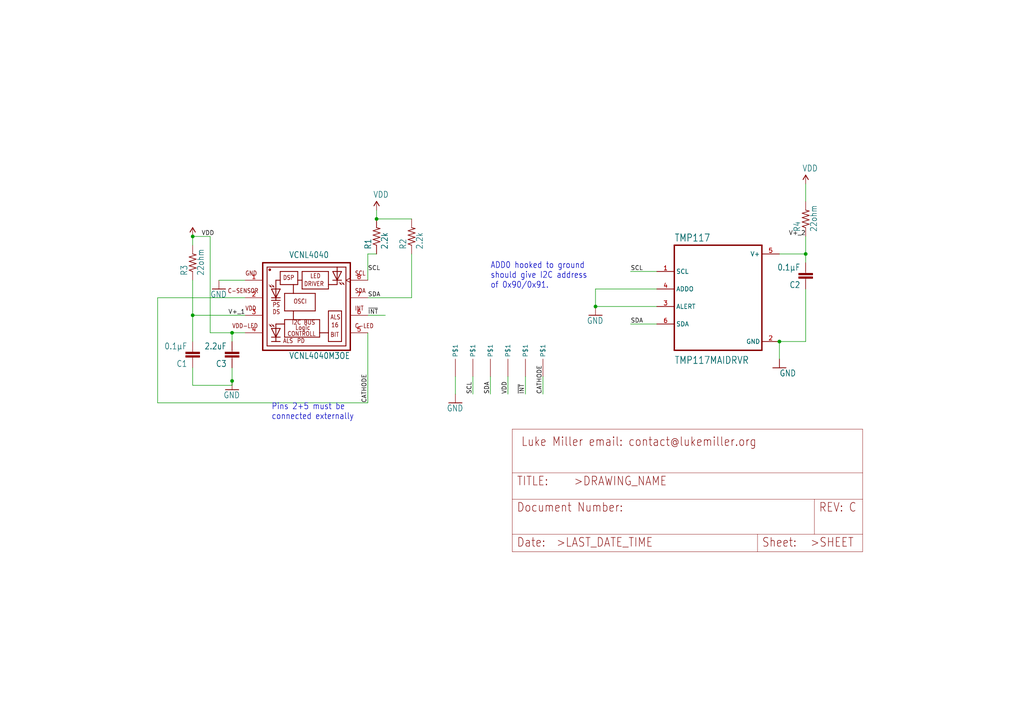
<source format=kicad_sch>
(kicad_sch (version 20211123) (generator eeschema)
  (paper "A4")
  (lib_symbols
    (symbol "Mussel_heartrate_RevC-eagle-import:CAP0402"
      (property "Reference" "C" (at 1.524 2.921 0))
      (property "Value" "CAP0402" (at 1.524 -2.159 0))
      (symbol "CAP0402_1_0"
        (rectangle (start -2.032 0.508) (end 2.032 1.016) (fill (type outline)))
        (rectangle (start -2.032 1.524) (end 2.032 2.032) (fill (type outline)))
        (polyline (pts (xy 0 0) (xy 0 0.508)) (stroke (width 0.1524)))
        (polyline (pts (xy 0 2.54) (xy 0 2.032)) (stroke (width 0.1524)))
        (pin passive line (at 0 5.08 270) (length 2.54) (name "1") (number "1"))
        (pin passive line (at 0 -2.54 90) (length 2.54) (name "2") (number "2"))
      )
    )
    (symbol "Mussel_heartrate_RevC-eagle-import:DOCFIELD_REVC"
      (symbol "DOCFIELD_REVC_1_0"
        (polyline (pts (xy 0 0) (xy 0 5.08)) (stroke (width 0.1016)))
        (polyline (pts (xy 0 0) (xy 71.12 0)) (stroke (width 0.1016)))
        (polyline (pts (xy 0 5.08) (xy 0 15.24)) (stroke (width 0.1016)))
        (polyline (pts (xy 0 5.08) (xy 71.12 5.08)) (stroke (width 0.1016)))
        (polyline (pts (xy 0 15.24) (xy 0 22.86)) (stroke (width 0.1016)))
        (polyline (pts (xy 0 22.86) (xy 0 35.56)) (stroke (width 0.1016)))
        (polyline (pts (xy 0 22.86) (xy 101.6 22.86)) (stroke (width 0.1016)))
        (polyline (pts (xy 71.12 0) (xy 101.6 0)) (stroke (width 0.1016)))
        (polyline (pts (xy 71.12 5.08) (xy 71.12 0)) (stroke (width 0.1016)))
        (polyline (pts (xy 71.12 5.08) (xy 87.63 5.08)) (stroke (width 0.1016)))
        (polyline (pts (xy 87.63 5.08) (xy 101.6 5.08)) (stroke (width 0.1016)))
        (polyline (pts (xy 87.63 15.24) (xy 0 15.24)) (stroke (width 0.1016)))
        (polyline (pts (xy 87.63 15.24) (xy 87.63 5.08)) (stroke (width 0.1016)))
        (polyline (pts (xy 101.6 5.08) (xy 101.6 0)) (stroke (width 0.1016)))
        (polyline (pts (xy 101.6 15.24) (xy 87.63 15.24)) (stroke (width 0.1016)))
        (polyline (pts (xy 101.6 15.24) (xy 101.6 5.08)) (stroke (width 0.1016)))
        (polyline (pts (xy 101.6 22.86) (xy 101.6 15.24)) (stroke (width 0.1016)))
        (polyline (pts (xy 101.6 35.56) (xy 0 35.56)) (stroke (width 0.1016)))
        (polyline (pts (xy 101.6 35.56) (xy 101.6 22.86)) (stroke (width 0.1016)))
        (text ">DRAWING_NAME" (at 17.78 19.05 0) (effects (font (size 2.54 2.159)) (justify left bottom)))
        (text ">LAST_DATE_TIME" (at 12.7 1.27 0) (effects (font (size 2.54 2.159)) (justify left bottom)))
        (text ">SHEET" (at 86.36 1.27 0) (effects (font (size 2.54 2.159)) (justify left bottom)))
        (text "Date:" (at 1.27 1.27 0) (effects (font (size 2.54 2.159)) (justify left bottom)))
        (text "Document Number:" (at 1.27 11.43 0) (effects (font (size 2.54 2.159)) (justify left bottom)))
        (text "Luke Miller email: contact@lukemiller.org" (at 2.54 30.48 0) (effects (font (size 2.54 2.159)) (justify left bottom)))
        (text "REV: C" (at 88.9 11.43 0) (effects (font (size 2.54 2.159)) (justify left bottom)))
        (text "Sheet:" (at 72.39 1.27 0) (effects (font (size 2.54 2.159)) (justify left bottom)))
        (text "TITLE:" (at 1.27 19.05 0) (effects (font (size 2.54 2.159)) (justify left bottom)))
      )
    )
    (symbol "Mussel_heartrate_RevC-eagle-import:GND" (power)
      (property "Value" "GND" (at -2.54 -2.54 0))
      (symbol "GND_1_0"
        (polyline (pts (xy -1.905 0) (xy 1.905 0)) (stroke (width 0.254)))
        (pin power_in line (at 0 2.54 270) (length 2.54) (name "GND") (number "1"))
      )
    )
    (symbol "Mussel_heartrate_RevC-eagle-import:PINHD-1X10.7MM_DRILL"
      (symbol "PINHD-1X10.7MM_DRILL_1_0"
        (pin bidirectional line (at -5.08 0 0) (length 5.08) (name "P$1") (number "P$1"))
      )
    )
    (symbol "Mussel_heartrate_RevC-eagle-import:PINHD-1X1SMALL"
      (symbol "PINHD-1X1SMALL_1_0"
        (pin bidirectional line (at -5.08 0 0) (length 5.08) (name "P$1") (number "1"))
      )
    )
    (symbol "Mussel_heartrate_RevC-eagle-import:RESISTOR_SMDR0402"
      (property "Reference" "R" (at -3.81 1.4986 0))
      (property "Value" "RESISTOR_SMDR0402" (at -3.81 -3.302 0))
      (symbol "RESISTOR_SMDR0402_1_0"
        (polyline (pts (xy -2.54 0) (xy -2.159 1.016)) (stroke (width 0.2032)))
        (polyline (pts (xy -2.159 1.016) (xy -1.524 -1.016)) (stroke (width 0.2032)))
        (polyline (pts (xy -1.524 -1.016) (xy -0.889 1.016)) (stroke (width 0.2032)))
        (polyline (pts (xy -0.889 1.016) (xy -0.254 -1.016)) (stroke (width 0.2032)))
        (polyline (pts (xy -0.254 -1.016) (xy 0.381 1.016)) (stroke (width 0.2032)))
        (polyline (pts (xy 0.381 1.016) (xy 1.016 -1.016)) (stroke (width 0.2032)))
        (polyline (pts (xy 1.016 -1.016) (xy 1.651 1.016)) (stroke (width 0.2032)))
        (polyline (pts (xy 1.651 1.016) (xy 2.286 -1.016)) (stroke (width 0.2032)))
        (polyline (pts (xy 2.286 -1.016) (xy 2.54 0)) (stroke (width 0.2032)))
        (pin passive line (at -5.08 0 0) (length 2.54) (name "1") (number "1"))
        (pin passive line (at 5.08 0 180) (length 2.54) (name "2") (number "2"))
      )
    )
    (symbol "Mussel_heartrate_RevC-eagle-import:TMP117MAIDRVR"
      (property "Reference" "U" (at -12.7 16.24 0))
      (property "Value" "TMP117MAIDRVR" (at -12.7 -19.24 0))
      (symbol "TMP117MAIDRVR_1_0"
        (polyline (pts (xy -12.7 -15.24) (xy -12.7 15.24)) (stroke (width 0.41)))
        (polyline (pts (xy -12.7 15.24) (xy 12.7 15.24)) (stroke (width 0.41)))
        (polyline (pts (xy 12.7 -15.24) (xy -12.7 -15.24)) (stroke (width 0.41)))
        (polyline (pts (xy 12.7 15.24) (xy 12.7 -15.24)) (stroke (width 0.41)))
        (pin input line (at -17.78 7.62 0) (length 5.08) (name "SCL") (number "1"))
        (pin power_in line (at 17.78 -12.7 180) (length 5.08) (name "GND") (number "2"))
        (pin bidirectional line (at -17.78 -2.54 0) (length 5.08) (name "ALERT") (number "3"))
        (pin bidirectional line (at -17.78 2.54 0) (length 5.08) (name "ADDO") (number "4"))
        (pin power_in line (at 17.78 12.7 180) (length 5.08) (name "V+") (number "5"))
        (pin bidirectional line (at -17.78 -7.62 0) (length 5.08) (name "SDA") (number "6"))
      )
    )
    (symbol "Mussel_heartrate_RevC-eagle-import:VCC" (power)
      (property "Value" "VCC" (at -1.016 3.556 0))
      (symbol "VCC_1_0"
        (polyline (pts (xy 0 2.54) (xy -0.762 1.27)) (stroke (width 0.254)))
        (polyline (pts (xy 0.762 1.27) (xy 0 2.54)) (stroke (width 0.254)))
        (pin power_in line (at 0 0 90) (length 2.54) (name "VCC") (number "1"))
      )
    )
    (symbol "Mussel_heartrate_RevC-eagle-import:VCNL4040M3OE"
      (property "Reference" "U" (at -5.0878 13.9915 0))
      (property "Value" "VCNL4040M3OE" (at -5.0849 -15.2548 0))
      (symbol "VCNL4040M3OE_1_0"
        (circle (center -10.668 10.668) (radius 0.1796) (stroke (width 0.254)))
        (circle (center -10.668 10.668) (radius 0.254) (stroke (width 0.254)))
        (circle (center -10.541 10.668) (radius 0.127) (stroke (width 0.254)))
        (polyline (pts (xy -12.7 -12.7) (xy -12.7 12.7)) (stroke (width 0.4064)))
        (polyline (pts (xy -12.7 12.7) (xy 12.7 12.7)) (stroke (width 0.4064)))
        (polyline (pts (xy -11.43 -11.43) (xy -11.43 11.43)) (stroke (width 0.254)))
        (polyline (pts (xy -11.43 11.43) (xy 8.89 11.43)) (stroke (width 0.254)))
        (polyline (pts (xy -10.922 -5.08) (xy -10.16 -5.842)) (stroke (width 0.127)))
        (polyline (pts (xy -10.922 6.35) (xy -10.16 5.588)) (stroke (width 0.127)))
        (polyline (pts (xy -10.668 -5.588) (xy -10.16 -5.842)) (stroke (width 0.127)))
        (polyline (pts (xy -10.668 5.842) (xy -10.16 5.588)) (stroke (width 0.127)))
        (polyline (pts (xy -10.414 -5.334) (xy -10.668 -5.588)) (stroke (width 0.127)))
        (polyline (pts (xy -10.414 6.096) (xy -10.668 5.842)) (stroke (width 0.127)))
        (polyline (pts (xy -10.16 -6.35) (xy -8.89 -8.89)) (stroke (width 0.254)))
        (polyline (pts (xy -10.16 -5.842) (xy -10.414 -5.334)) (stroke (width 0.127)))
        (polyline (pts (xy -10.16 -5.08) (xy -9.398 -5.842)) (stroke (width 0.127)))
        (polyline (pts (xy -10.16 2.54) (xy -7.62 2.54)) (stroke (width 0.254)))
        (polyline (pts (xy -10.16 5.08) (xy -7.62 5.08)) (stroke (width 0.254)))
        (polyline (pts (xy -10.16 5.588) (xy -10.414 6.096)) (stroke (width 0.127)))
        (polyline (pts (xy -10.16 6.35) (xy -9.398 5.588)) (stroke (width 0.127)))
        (polyline (pts (xy -9.906 -5.588) (xy -9.398 -5.842)) (stroke (width 0.127)))
        (polyline (pts (xy -9.906 5.842) (xy -9.398 5.588)) (stroke (width 0.127)))
        (polyline (pts (xy -9.652 -5.334) (xy -9.906 -5.588)) (stroke (width 0.127)))
        (polyline (pts (xy -9.652 6.096) (xy -9.906 5.842)) (stroke (width 0.127)))
        (polyline (pts (xy -9.398 -5.842) (xy -9.652 -5.334)) (stroke (width 0.127)))
        (polyline (pts (xy -9.398 5.588) (xy -9.652 6.096)) (stroke (width 0.127)))
        (polyline (pts (xy -8.89 -10.16) (xy -10.16 -10.16)) (stroke (width 0.254)))
        (polyline (pts (xy -8.89 -10.16) (xy -7.62 -10.16)) (stroke (width 0.254)))
        (polyline (pts (xy -8.89 -8.89) (xy -8.89 -10.16)) (stroke (width 0.254)))
        (polyline (pts (xy -8.89 -8.89) (xy -7.62 -6.35)) (stroke (width 0.254)))
        (polyline (pts (xy -8.89 -5.08) (xy -8.89 -8.89)) (stroke (width 0.254)))
        (polyline (pts (xy -8.89 1.778) (xy -10.16 1.778)) (stroke (width 0.254)))
        (polyline (pts (xy -8.89 1.778) (xy -7.62 1.778)) (stroke (width 0.254)))
        (polyline (pts (xy -8.89 2.54) (xy -10.16 5.08)) (stroke (width 0.254)))
        (polyline (pts (xy -8.89 2.54) (xy -8.89 1.778)) (stroke (width 0.254)))
        (polyline (pts (xy -8.89 7.62) (xy -8.89 2.54)) (stroke (width 0.254)))
        (polyline (pts (xy -7.62 -8.89) (xy -10.16 -8.89)) (stroke (width 0.254)))
        (polyline (pts (xy -7.62 -6.35) (xy -10.16 -6.35)) (stroke (width 0.254)))
        (polyline (pts (xy -7.62 5.08) (xy -8.89 2.54)) (stroke (width 0.254)))
        (polyline (pts (xy -7.62 6.35) (xy -3.81 6.35)) (stroke (width 0.254)))
        (polyline (pts (xy -7.62 7.62) (xy -8.89 7.62)) (stroke (width 0.254)))
        (polyline (pts (xy -7.62 7.62) (xy -7.62 6.35)) (stroke (width 0.254)))
        (polyline (pts (xy -7.62 10.16) (xy -7.62 7.62)) (stroke (width 0.254)))
        (polyline (pts (xy -6.35 -8.89) (xy 3.81 -8.89)) (stroke (width 0.254)))
        (polyline (pts (xy -6.35 -5.08) (xy -8.89 -5.08)) (stroke (width 0.254)))
        (polyline (pts (xy -6.35 -5.08) (xy -6.35 -8.89)) (stroke (width 0.254)))
        (polyline (pts (xy -6.35 -3.81) (xy -6.35 -5.08)) (stroke (width 0.254)))
        (polyline (pts (xy -6.35 -1.27) (xy -3.81 -1.27)) (stroke (width 0.254)))
        (polyline (pts (xy -6.35 3.81) (xy -6.35 -1.27)) (stroke (width 0.254)))
        (polyline (pts (xy -3.81 -3.81) (xy -6.35 -3.81)) (stroke (width 0.254)))
        (polyline (pts (xy -3.81 -1.27) (xy -3.81 -3.81)) (stroke (width 0.254)))
        (polyline (pts (xy -3.81 -1.27) (xy 2.54 -1.27)) (stroke (width 0.254)))
        (polyline (pts (xy -3.81 3.81) (xy -6.35 3.81)) (stroke (width 0.254)))
        (polyline (pts (xy -3.81 6.35) (xy -3.81 3.81)) (stroke (width 0.254)))
        (polyline (pts (xy -3.81 6.35) (xy -2.54 6.35)) (stroke (width 0.254)))
        (polyline (pts (xy -2.54 6.35) (xy -2.54 7.62)) (stroke (width 0.254)))
        (polyline (pts (xy -2.54 7.62) (xy -2.54 10.16)) (stroke (width 0.254)))
        (polyline (pts (xy -2.54 10.16) (xy -7.62 10.16)) (stroke (width 0.254)))
        (polyline (pts (xy -1.27 5.08) (xy 6.35 5.08)) (stroke (width 0.254)))
        (polyline (pts (xy -1.27 7.62) (xy -2.54 7.62)) (stroke (width 0.254)))
        (polyline (pts (xy -1.27 7.62) (xy -1.27 5.08)) (stroke (width 0.254)))
        (polyline (pts (xy -1.27 10.16) (xy -1.27 7.62)) (stroke (width 0.254)))
        (polyline (pts (xy 2.54 -1.27) (xy 2.54 3.81)) (stroke (width 0.254)))
        (polyline (pts (xy 2.54 3.81) (xy -3.81 3.81)) (stroke (width 0.254)))
        (polyline (pts (xy 3.81 -8.89) (xy 3.81 -7.62)) (stroke (width 0.254)))
        (polyline (pts (xy 3.81 -7.62) (xy 3.81 -3.81)) (stroke (width 0.254)))
        (polyline (pts (xy 3.81 -7.62) (xy 6.35 -7.62)) (stroke (width 0.254)))
        (polyline (pts (xy 3.81 -3.81) (xy -3.81 -3.81)) (stroke (width 0.254)))
        (polyline (pts (xy 6.35 -10.16) (xy 6.35 -7.62)) (stroke (width 0.254)))
        (polyline (pts (xy 6.35 -7.62) (xy 6.35 -1.27)) (stroke (width 0.254)))
        (polyline (pts (xy 6.35 -1.27) (xy 10.16 -1.27)) (stroke (width 0.254)))
        (polyline (pts (xy 6.35 5.08) (xy 6.35 6.35)) (stroke (width 0.254)))
        (polyline (pts (xy 6.35 6.35) (xy 6.35 10.16)) (stroke (width 0.254)))
        (polyline (pts (xy 6.35 6.35) (xy 8.89 6.35)) (stroke (width 0.254)))
        (polyline (pts (xy 6.35 10.16) (xy -1.27 10.16)) (stroke (width 0.254)))
        (polyline (pts (xy 7.62 7.62) (xy 10.16 7.62)) (stroke (width 0.254)))
        (polyline (pts (xy 7.62 10.16) (xy 8.89 7.62)) (stroke (width 0.254)))
        (polyline (pts (xy 8.89 6.35) (xy 8.89 7.62)) (stroke (width 0.254)))
        (polyline (pts (xy 8.89 7.62) (xy 8.89 11.43)) (stroke (width 0.254)))
        (polyline (pts (xy 8.89 7.62) (xy 10.16 10.16)) (stroke (width 0.254)))
        (polyline (pts (xy 8.89 11.43) (xy 11.43 11.43)) (stroke (width 0.254)))
        (polyline (pts (xy 9.398 7.112) (xy 10.16 6.35)) (stroke (width 0.127)))
        (polyline (pts (xy 9.652 6.604) (xy 10.16 6.35)) (stroke (width 0.127)))
        (polyline (pts (xy 9.906 6.858) (xy 9.652 6.604)) (stroke (width 0.127)))
        (polyline (pts (xy 10.16 -10.16) (xy 6.35 -10.16)) (stroke (width 0.254)))
        (polyline (pts (xy 10.16 -1.27) (xy 10.16 -10.16)) (stroke (width 0.254)))
        (polyline (pts (xy 10.16 6.35) (xy 9.906 6.858)) (stroke (width 0.127)))
        (polyline (pts (xy 10.16 7.112) (xy 10.922 6.35)) (stroke (width 0.127)))
        (polyline (pts (xy 10.16 10.16) (xy 7.62 10.16)) (stroke (width 0.254)))
        (polyline (pts (xy 10.414 6.604) (xy 10.922 6.35)) (stroke (width 0.127)))
        (polyline (pts (xy 10.668 6.858) (xy 10.414 6.604)) (stroke (width 0.127)))
        (polyline (pts (xy 10.922 6.35) (xy 10.668 6.858)) (stroke (width 0.127)))
        (polyline (pts (xy 11.43 -11.43) (xy -11.43 -11.43)) (stroke (width 0.254)))
        (polyline (pts (xy 11.43 11.43) (xy 11.43 -11.43)) (stroke (width 0.254)))
        (polyline (pts (xy 12.7 -12.7) (xy -12.7 -12.7)) (stroke (width 0.4064)))
        (polyline (pts (xy 12.7 12.7) (xy 12.7 -12.7)) (stroke (width 0.4064)))
        (text "16" (at 7.116 -6.0994 0) (effects (font (size 1.2707 1.08)) (justify left bottom)))
        (text "ALS" (at -6.8688 -10.6848 0) (effects (font (size 1.272 1.0812)) (justify left bottom)))
        (text "ALS" (at 6.8676 -3.8153 0) (effects (font (size 1.2717 1.0809)) (justify left bottom)))
        (text "BIT" (at 6.8643 -8.8982 0) (effects (font (size 1.2711 1.0804)) (justify left bottom)))
        (text "C-LED" (at 13.9811 -6.355 0) (effects (font (size 1.271 1.0803)) (justify left bottom)))
        (text "C-SENSOR" (at -22.8829 3.8138 0) (effects (font (size 1.2712 1.0805)) (justify left bottom)))
        (text "CONTROLL" (at -5.5929 -8.6436 0) (effects (font (size 1.2711 1.0804)) (justify left bottom)))
        (text "DRIVER" (at -0.7628 5.8487 0) (effects (font (size 1.2714 1.0806)) (justify left bottom)))
        (text "DS" (at -9.9084 -2.2865 0) (effects (font (size 1.2703 1.0797)) (justify left bottom)))
        (text "DSP" (at -6.8686 7.6318 0) (effects (font (size 1.2719 1.0811)) (justify left bottom)))
        (text "GND" (at -17.8006 8.9003 0) (effects (font (size 1.2714 1.0806)) (justify left bottom)))
        (text "I2C BUS" (at -4.3215 -5.3384 0) (effects (font (size 1.271 1.0803)) (justify left bottom)))
        (text "INT" (at 13.9802 -1.2709 0) (effects (font (size 1.2709 1.0802)) (justify left bottom)))
        (text "LED" (at 1.0163 8.1303 0) (effects (font (size 1.2703 1.0797)) (justify left bottom)))
        (text "Logic" (at -3.3078 -6.8701 0) (effects (font (size 1.2722 1.0813)) (justify left bottom)))
        (text "OSCI" (at -3.8133 0.7626 0) (effects (font (size 1.2711 1.0804)) (justify left bottom)))
        (text "PD" (at -2.7946 -10.6706 0) (effects (font (size 1.2703 1.0797)) (justify left bottom)))
        (text "PS" (at -9.9181 -0.2543 0) (effects (font (size 1.2715 1.0807)) (justify left bottom)))
        (text "SCL" (at 13.9972 8.9073 0) (effects (font (size 1.2724 1.0815)) (justify left bottom)))
        (text "SDA" (at 13.9854 3.8141 0) (effects (font (size 1.2714 1.0806)) (justify left bottom)))
        (text "VDD" (at -17.7928 -1.2709 0) (effects (font (size 1.2709 1.0802)) (justify left bottom)))
        (text "VDD-LED" (at -21.6 -6.3529 0) (effects (font (size 1.2705 1.0799)) (justify left bottom)))
        (pin power_in line (at -17.78 7.62 0) (length 5.08) (name "GND") (number "1"))
        (pin output line (at -17.78 2.54 0) (length 5.08) (name "C-SENSOR") (number "2"))
        (pin power_in line (at -17.78 -2.54 0) (length 5.08) (name "VDD") (number "3"))
        (pin power_in line (at -17.78 -7.62 0) (length 5.08) (name "VDD-LED") (number "4"))
        (pin output line (at 17.78 -7.62 180) (length 5.08) (name "C-LED") (number "5"))
        (pin output line (at 17.78 -2.54 180) (length 5.08) (name "INT") (number "6"))
        (pin bidirectional line (at 17.78 2.54 180) (length 5.08) (name "SDA") (number "7"))
        (pin input clock (at 17.78 7.62 180) (length 5.08) (name "SCL") (number "8"))
      )
    )
    (symbol "Mussel_heartrate_RevC-eagle-import:VDD" (power)
      (property "Value" "VDD" (at -1.016 3.556 0))
      (symbol "VDD_1_0"
        (polyline (pts (xy 0 2.54) (xy -0.762 1.27)) (stroke (width 0.254)))
        (polyline (pts (xy 0.762 1.27) (xy 0 2.54)) (stroke (width 0.254)))
        (pin power_in line (at 0 0 90) (length 2.54) (name "VDD") (number "1"))
      )
    )
  )
  (junction (at 67.31 96.52))
  (junction (at 172.72 88.9))
  (junction (at 109.22 63.5))
  (junction (at 55.88 68.58))
  (junction (at 233.68 73.66))
  (junction (at 55.88 91.44))
  (junction (at 67.31 110.49))
  (junction (at 226.06 99.06))
  (wire (pts (xy 233.68 73.66) (xy 233.68 76.2)))
  (wire (pts (xy 226.06 99.06) (xy 226.06 104.14)))
  (wire (pts (xy 147.32 109.22) (xy 147.32 114.3)))
  (wire (pts (xy 106.68 86.36) (xy 119.38 86.36)))
  (wire (pts (xy 233.68 58.42) (xy 233.68 53.34)))
  (wire (pts (xy 60.96 68.58) (xy 55.88 68.58)))
  (wire (pts (xy 67.31 111.76) (xy 67.31 110.49)))
  (wire (pts (xy 190.5 88.9) (xy 172.72 88.9)))
  (wire (pts (xy 233.68 73.66) (xy 233.68 68.58)))
  (wire (pts (xy 67.31 96.52) (xy 67.31 99.06)))
  (wire (pts (xy 60.96 96.52) (xy 67.31 96.52)))
  (wire (pts (xy 55.88 99.06) (xy 55.88 91.44)))
  (wire (pts (xy 67.31 106.68) (xy 67.31 110.49)))
  (wire (pts (xy 190.5 93.98) (xy 182.88 93.98)))
  (wire (pts (xy 233.68 99.06) (xy 226.06 99.06)))
  (wire (pts (xy 190.5 78.74) (xy 182.88 78.74)))
  (wire (pts (xy 106.68 73.66) (xy 109.22 73.66)))
  (wire (pts (xy 45.72 86.36) (xy 45.72 116.84)))
  (wire (pts (xy 132.08 109.22) (xy 132.08 114.3)))
  (wire (pts (xy 233.68 83.82) (xy 233.68 99.06)))
  (wire (pts (xy 71.12 81.28) (xy 63.5 81.28)))
  (wire (pts (xy 152.4 109.22) (xy 152.4 114.3)))
  (wire (pts (xy 106.68 81.28) (xy 106.68 73.66)))
  (wire (pts (xy 109.22 63.5) (xy 109.22 60.96)))
  (wire (pts (xy 106.68 116.84) (xy 106.68 96.52)))
  (wire (pts (xy 55.88 91.44) (xy 71.12 91.44)))
  (wire (pts (xy 60.96 96.52) (xy 60.96 68.58)))
  (wire (pts (xy 71.12 86.36) (xy 45.72 86.36)))
  (wire (pts (xy 137.16 109.22) (xy 137.16 114.3)))
  (wire (pts (xy 55.88 81.28) (xy 55.88 91.44)))
  (wire (pts (xy 55.88 106.68) (xy 55.88 111.76)))
  (wire (pts (xy 55.88 68.58) (xy 55.88 71.12)))
  (wire (pts (xy 226.06 73.66) (xy 233.68 73.66)))
  (wire (pts (xy 142.24 109.22) (xy 142.24 114.3)))
  (wire (pts (xy 45.72 116.84) (xy 106.68 116.84)))
  (wire (pts (xy 119.38 63.5) (xy 109.22 63.5)))
  (wire (pts (xy 67.31 96.52) (xy 71.12 96.52)))
  (wire (pts (xy 172.72 83.82) (xy 172.72 88.9)))
  (wire (pts (xy 55.88 111.76) (xy 67.31 111.76)))
  (wire (pts (xy 106.68 91.44) (xy 111.76 91.44)))
  (wire (pts (xy 190.5 83.82) (xy 172.72 83.82)))
  (wire (pts (xy 119.38 86.36) (xy 119.38 73.66)))
  (wire (pts (xy 157.48 109.22) (xy 157.48 114.3)))
  (text "ADD0 hooked to ground\nshould give I2C address\nof 0x90/0x91." (at 142.24 83.82 0) (effects (font (size 1.778 1.5113)) (justify left bottom)))
  (text "Pins 2+5 must be\nconnected externally" (at 78.74 121.92 180) (effects (font (size 1.778 1.5113)) (justify left bottom)))
  (label "VDD" (at 58.42 68.58 0) (effects (font (size 1.2446 1.2446))))
  (label "SCL" (at 137.16 114.3 90) (effects (font (size 1.2446 1.2446))))
  (label "SCL" (at 182.88 78.74 0) (effects (font (size 1.2446 1.2446))))
  (label "SDA" (at 106.68 86.36 0) (effects (font (size 1.2446 1.2446))))
  (label "SCL" (at 106.68 78.74 0) (effects (font (size 1.2446 1.2446))))
  (label "V+_2" (at 233.68 68.58 180) (effects (font (size 1.2446 1.2446))))
  (label "SDA" (at 142.24 114.3 90) (effects (font (size 1.2446 1.2446))))
  (label "CATHODE" (at 106.68 116.84 90) (effects (font (size 1.2446 1.2446))))
  (label "SDA" (at 182.88 93.98 0) (effects (font (size 1.2446 1.2446))))
  (label "CATHODE" (at 157.48 114.3 90) (effects (font (size 1.2446 1.2446))))
  (label "V+_1" (at 71.12 91.44 180) (effects (font (size 1.2446 1.2446))))
  (label "~{INT}" (at 106.68 91.44 0) (effects (font (size 1.2446 1.2446))))
  (label "VDD" (at 147.32 114.3 90) (effects (font (size 1.2446 1.2446))))
  (label "~{INT}" (at 152.4 114.3 90) (effects (font (size 1.2446 1.2446))))
  (symbol (lib_id "Mussel_heartrate_RevC-eagle-import:RESISTOR_SMDR0402") (at 119.38 68.58 90) (unit 1)
    (property "Reference" "R2" (at 117.8814 72.39 0) (effects (font (size 1.778 1.5113)) (justify left bottom)))
    (property "Value" "2.2k" (at 122.682 72.39 0) (effects (font (size 1.778 1.5113)) (justify left bottom)))
    (property "Footprint" "Mussel_heartrate_RevC:R0402" (effects hide))
  )
  (symbol (lib_id "Mussel_heartrate_RevC-eagle-import:GND") (at 63.5 83.82 0) (unit 1)
    (property "Reference" "#GND05" (effects hide))
    (property "Value" "GND" (at 60.96 86.36 0) (effects (font (size 1.778 1.5113)) (justify left bottom)))
    (property "Footprint" "Mussel_heartrate_RevC:" (effects hide))
  )
  (symbol (lib_id "Mussel_heartrate_RevC-eagle-import:VDD") (at 233.68 53.34 0) (unit 1)
    (property "Reference" "#SUPPLY03" (effects hide))
    (property "Value" "VDD" (at 232.664 49.784 0) (effects (font (size 1.778 1.5113)) (justify left bottom)))
    (property "Footprint" "Mussel_heartrate_RevC:" (effects hide))
  )
  (symbol (lib_id "Mussel_heartrate_RevC-eagle-import:VDD") (at 109.22 60.96 0) (unit 1)
    (property "Reference" "#SUPPLY01" (effects hide))
    (property "Value" "VDD" (at 108.204 57.404 0) (effects (font (size 1.778 1.5113)) (justify left bottom)))
    (property "Footprint" "Mussel_heartrate_RevC:" (effects hide))
  )
  (symbol (lib_id "Mussel_heartrate_RevC-eagle-import:CAP0402") (at 55.88 101.6 180) (unit 1)
    (property "Reference" "C1" (at 54.356 104.521 0) (effects (font (size 1.778 1.5113)) (justify left bottom)))
    (property "Value" "0.1µF" (at 54.356 99.441 0) (effects (font (size 1.778 1.5113)) (justify left bottom)))
    (property "Footprint" "Mussel_heartrate_RevC:C0402" (effects hide))
  )
  (symbol (lib_id "Mussel_heartrate_RevC-eagle-import:CAP0402") (at 233.68 78.74 180) (unit 1)
    (property "Reference" "C2" (at 232.156 81.661 0) (effects (font (size 1.778 1.5113)) (justify left bottom)))
    (property "Value" "0.1µF" (at 232.156 76.581 0) (effects (font (size 1.778 1.5113)) (justify left bottom)))
    (property "Footprint" "Mussel_heartrate_RevC:C0402" (effects hide))
  )
  (symbol (lib_id "Mussel_heartrate_RevC-eagle-import:GND") (at 132.08 116.84 0) (unit 1)
    (property "Reference" "#GND04" (effects hide))
    (property "Value" "GND" (at 129.54 119.38 0) (effects (font (size 1.778 1.5113)) (justify left bottom)))
    (property "Footprint" "Mussel_heartrate_RevC:" (effects hide))
  )
  (symbol (lib_id "Mussel_heartrate_RevC-eagle-import:PINHD-1X1SMALL") (at 132.08 104.14 90) (unit 1)
    (property "Reference" "GND1" (effects hide))
    (property "Value" "PINHD-1X1SMALL" (effects hide))
    (property "Footprint" "Miller_parts:1X01_SMALL_HEADER_PIN_D0.9MM_W1.4MM" (effects hide))
  )
  (symbol (lib_id "Mussel_heartrate_RevC-eagle-import:PINHD-1X1SMALL") (at 137.16 104.14 90) (unit 1)
    (property "Reference" "SCL1" (effects hide))
    (property "Value" "PINHD-1X1SMALL" (effects hide))
    (property "Footprint" "Miller_parts:1X01_SMALL_HEADER_PIN_D0.9MM_W1.4MM" (effects hide))
  )
  (symbol (lib_id "Mussel_heartrate_RevC-eagle-import:RESISTOR_SMDR0402") (at 233.68 63.5 90) (unit 1)
    (property "Reference" "R4" (at 232.1814 67.31 0) (effects (font (size 1.778 1.5113)) (justify left bottom)))
    (property "Value" "22ohm" (at 236.982 67.31 0) (effects (font (size 1.778 1.5113)) (justify left bottom)))
    (property "Footprint" "Mussel_heartrate_RevC:R0402" (effects hide))
  )
  (symbol (lib_id "Mussel_heartrate_RevC-eagle-import:GND") (at 172.72 91.44 0) (unit 1)
    (property "Reference" "#GND03" (effects hide))
    (property "Value" "GND" (at 170.18 93.98 0) (effects (font (size 1.778 1.5113)) (justify left bottom)))
    (property "Footprint" "Mussel_heartrate_RevC:" (effects hide))
  )
  (symbol (lib_id "Mussel_heartrate_RevC-eagle-import:PINHD-1X10.7MM_DRILL") (at 157.48 104.14 90) (unit 1)
    (property "Reference" "CATHODE1" (effects hide))
    (property "Value" "PINHD-1X10.7MM_DRILL" (effects hide))
    (property "Footprint" "Mussel_heartrate_RevC:1X01_SMALL_0.7" (effects hide))
  )
  (symbol (lib_id "Mussel_heartrate_RevC-eagle-import:RESISTOR_SMDR0402") (at 109.22 68.58 90) (unit 1)
    (property "Reference" "R1" (at 107.7214 72.39 0) (effects (font (size 1.778 1.5113)) (justify left bottom)))
    (property "Value" "2.2k" (at 112.522 72.39 0) (effects (font (size 1.778 1.5113)) (justify left bottom)))
    (property "Footprint" "Mussel_heartrate_RevC:R0402" (effects hide))
  )
  (symbol (lib_id "Mussel_heartrate_RevC-eagle-import:VCC") (at 55.88 68.58 0) (unit 1)
    (property "Reference" "#SUPPLY06" (effects hide))
    (property "Value" "VCC" (effects hide))
    (property "Footprint" "Mussel_heartrate_RevC:" (effects hide))
  )
  (symbol (lib_id "Mussel_heartrate_RevC-eagle-import:CAP0402") (at 67.31 101.6 180) (unit 1)
    (property "Reference" "C3" (at 65.786 104.521 0) (effects (font (size 1.778 1.5113)) (justify left bottom)))
    (property "Value" "2.2uF" (at 65.786 99.441 0) (effects (font (size 1.778 1.5113)) (justify left bottom)))
    (property "Footprint" "Mussel_heartrate_RevC:C0402" (effects hide))
  )
  (symbol (lib_id "Mussel_heartrate_RevC-eagle-import:PINHD-1X1SMALL") (at 142.24 104.14 90) (unit 1)
    (property "Reference" "SDA1" (effects hide))
    (property "Value" "PINHD-1X1SMALL" (effects hide))
    (property "Footprint" "Miller_parts:1X01_SMALL_HEADER_PIN_D0.9MM_W1.4MM" (effects hide))
  )
  (symbol (lib_id "Mussel_heartrate_RevC-eagle-import:PINHD-1X10.7MM_DRILL") (at 152.4 104.14 90) (unit 1)
    (property "Reference" "/~{INT}1" (effects hide))
    (property "Value" "PINHD-1X10.7MM_DRILL" (effects hide))
    (property "Footprint" "Mussel_heartrate_RevC:1X01_SMALL_0.7" (effects hide))
  )
  (symbol (lib_id "Mussel_heartrate_RevC-eagle-import:GND") (at 67.31 113.03 0) (unit 1)
    (property "Reference" "#GND01" (effects hide))
    (property "Value" "GND" (at 64.77 115.57 0) (effects (font (size 1.778 1.5113)) (justify left bottom)))
    (property "Footprint" "Mussel_heartrate_RevC:" (effects hide))
  )
  (symbol (lib_id "Mussel_heartrate_RevC-eagle-import:VCNL4040M3OE") (at 88.9 88.9 0) (unit 1)
    (property "Reference" "VCNL4040" (at 83.8121 74.9085 0) (effects (font (size 1.7807 1.5135)) (justify left bottom)))
    (property "Value" "VCNL4040M3OE" (at 83.815 104.1548 0) (effects (font (size 1.7797 1.5127)) (justify left bottom)))
    (property "Footprint" "Mussel_heartrate_RevC:VISHAY_VCNL4040_4X2X1.1" (effects hide))
  )
  (symbol (lib_id "Mussel_heartrate_RevC-eagle-import:TMP117MAIDRVR") (at 208.28 86.36 0) (unit 1)
    (property "Reference" "TMP117" (at 195.58 70.12 0) (effects (font (size 2.0828 1.7703)) (justify left bottom)))
    (property "Value" "TMP117MAIDRVR" (at 195.58 105.6 0) (effects (font (size 2.0828 1.7703)) (justify left bottom)))
    (property "Footprint" "Mussel_heartrate_RevC:SON65P200X200X80-7N" (effects hide))
  )
  (symbol (lib_id "Mussel_heartrate_RevC-eagle-import:PINHD-1X1SMALL") (at 147.32 104.14 90) (unit 1)
    (property "Reference" "VDD1" (effects hide))
    (property "Value" "PINHD-1X1SMALL" (effects hide))
    (property "Footprint" "Miller_parts:1X01_SMALL_HEADER_PIN_D0.9MM_W1.4MM" (effects hide))
  )
  (symbol (lib_id "Mussel_heartrate_RevC-eagle-import:DOCFIELD_REVC") (at 148.59 160.02 0) (unit 1)
    (property "Reference" "#U$2" (effects hide))
    (property "Value" "DOCFIELD_REVC" (effects hide))
    (property "Footprint" "Mussel_heartrate_RevC:" (effects hide))
  )
  (symbol (lib_id "Mussel_heartrate_RevC-eagle-import:GND") (at 226.06 106.68 0) (unit 1)
    (property "Reference" "#GND02" (effects hide))
    (property "Value" "GND" (at 226.06 109.22 0) (effects (font (size 1.778 1.5113)) (justify left bottom)))
    (property "Footprint" "Mussel_heartrate_RevC:" (effects hide))
  )
  (symbol (lib_id "Mussel_heartrate_RevC-eagle-import:RESISTOR_SMDR0402") (at 55.88 76.2 90) (unit 1)
    (property "Reference" "R3" (at 54.3814 80.01 0) (effects (font (size 1.778 1.5113)) (justify left bottom)))
    (property "Value" "22ohm" (at 59.182 80.01 0) (effects (font (size 1.778 1.5113)) (justify left bottom)))
    (property "Footprint" "Mussel_heartrate_RevC:R0402" (effects hide))
  )
)
</source>
